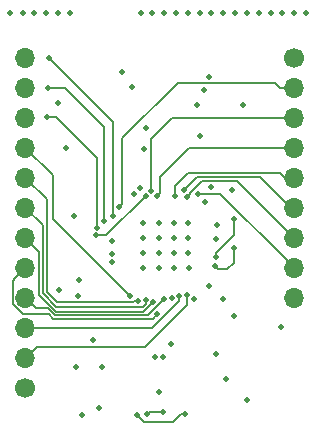
<source format=gbr>
G04 #@! TF.FileFunction,Copper,L2,Inr,Signal*
%FSLAX46Y46*%
G04 Gerber Fmt 4.6, Leading zero omitted, Abs format (unit mm)*
G04 Created by KiCad (PCBNEW 4.0.7) date Saturday, December 30, 2017 'PMt' 02:56:56 PM*
%MOMM*%
%LPD*%
G01*
G04 APERTURE LIST*
%ADD10C,0.100000*%
%ADD11C,1.700000*%
%ADD12O,1.700000X1.700000*%
%ADD13C,0.500000*%
%ADD14C,0.150000*%
G04 APERTURE END LIST*
D10*
D11*
X22250000Y-62660000D03*
D12*
X22250000Y-60120000D03*
X22250000Y-57580000D03*
X22250000Y-55040000D03*
X22250000Y-52500000D03*
X22250000Y-49960000D03*
X22250000Y-47420000D03*
X22250000Y-44880000D03*
X22250000Y-42340000D03*
X22250000Y-39800000D03*
X22250000Y-37260000D03*
X22250000Y-34720000D03*
D11*
X45000000Y-34720000D03*
D12*
X45000000Y-37260000D03*
X45000000Y-39800000D03*
X45000000Y-42340000D03*
X45000000Y-44880000D03*
X45000000Y-47420000D03*
X45000000Y-49960000D03*
X45000000Y-52500000D03*
X45000000Y-55040000D03*
D13*
X46000000Y-30900000D03*
X45000000Y-30900000D03*
X44000000Y-30900000D03*
X26000000Y-30906931D03*
X25000000Y-30906931D03*
X24000000Y-30906931D03*
X23000000Y-30906931D03*
X22000000Y-30906931D03*
X20981805Y-30906931D03*
X43000000Y-30900000D03*
X42000000Y-30900000D03*
X41000000Y-30900000D03*
X40000000Y-30900000D03*
X39000000Y-30900000D03*
X38000000Y-30900000D03*
X37000000Y-30900000D03*
X36000000Y-30900000D03*
X35000000Y-30900000D03*
X34000000Y-30900000D03*
X33000000Y-30900000D03*
X32000000Y-30900000D03*
X26568685Y-60872075D03*
X39870000Y-56550000D03*
X27030000Y-64970000D03*
X39000000Y-55100000D03*
X38400000Y-59800000D03*
X30425381Y-35951090D03*
X25000000Y-38500000D03*
X25093146Y-54391548D03*
X31425000Y-46225000D03*
X28460000Y-64390000D03*
X31270000Y-37200000D03*
X41000000Y-63700000D03*
X28000000Y-58600000D03*
X26400000Y-48100000D03*
X33550000Y-63033000D03*
X32237500Y-52537500D03*
X33525000Y-52537500D03*
X33525000Y-52537500D03*
X34812500Y-52537500D03*
X36100000Y-52537500D03*
X36000000Y-51250000D03*
X34812500Y-51250000D03*
X32237500Y-51250000D03*
X33525000Y-51250000D03*
X32237500Y-49962500D03*
X33525000Y-49962500D03*
X34812500Y-49962500D03*
X34812500Y-49962500D03*
X36000000Y-50000000D03*
X36000000Y-48675000D03*
X34812500Y-48675000D03*
X33525000Y-48675000D03*
X32237500Y-48675000D03*
X31918750Y-45706250D03*
X31714000Y-64963000D03*
X35791000Y-64837000D03*
X29550000Y-50225000D03*
X28725000Y-60850000D03*
X39260000Y-61875000D03*
X43924999Y-57524999D03*
X38400000Y-50025000D03*
X28243787Y-49749990D03*
X32418750Y-46431250D03*
X34646239Y-55040610D03*
X32918750Y-45981250D03*
X33425000Y-46425000D03*
X34925000Y-46425000D03*
X35646587Y-45915960D03*
X35918750Y-46506250D03*
X36819605Y-46208628D03*
X37800000Y-54025000D03*
X35925000Y-54775000D03*
X35283447Y-54912232D03*
X34005211Y-55148307D03*
X33425000Y-56425000D03*
X33055199Y-55351253D03*
X32423295Y-55198898D03*
X31781194Y-55299999D03*
X31128965Y-54910095D03*
X28335441Y-49106472D03*
X24100000Y-39750000D03*
X28878451Y-48571292D03*
X24115000Y-37260000D03*
X29630475Y-48114705D03*
X24200000Y-34720000D03*
X30200000Y-47350000D03*
X36525000Y-55175000D03*
X26680551Y-54914993D03*
X34613246Y-58904948D03*
X26811433Y-53511870D03*
X33239245Y-60061252D03*
X29580630Y-51291778D03*
X33919245Y-60061252D03*
X29580630Y-51971778D03*
X39900000Y-50775000D03*
X38318750Y-52356250D03*
X39875000Y-48324998D03*
X38350000Y-51575000D03*
X40675000Y-38750000D03*
X36775000Y-38750000D03*
X25646409Y-42375538D03*
X32475000Y-40675000D03*
X37825000Y-36325000D03*
X39700000Y-45900000D03*
X37049979Y-41350000D03*
X37475000Y-46925000D03*
X32325000Y-42400000D03*
X38000000Y-45675000D03*
X37349990Y-37400000D03*
X38425000Y-48850000D03*
X32500000Y-64911000D03*
X33852000Y-64680000D03*
D14*
X34745447Y-65529000D02*
X32280000Y-65529000D01*
X32280000Y-65529000D02*
X31714000Y-64963000D01*
X35791000Y-64837000D02*
X35437447Y-64837000D01*
X35437447Y-64837000D02*
X34745447Y-65529000D01*
X29100010Y-49749990D02*
X28597340Y-49749990D01*
X32418750Y-46431250D02*
X29100010Y-49749990D01*
X28597340Y-49749990D02*
X28243787Y-49749990D01*
X45000000Y-39800000D02*
X44967356Y-39832644D01*
X44967356Y-39832644D02*
X34667356Y-39832644D01*
X34667356Y-39832644D02*
X32918750Y-41581250D01*
X32918750Y-41581250D02*
X32918750Y-45981250D01*
X45000000Y-42340000D02*
X44958025Y-42381975D01*
X44958025Y-42381975D02*
X36068025Y-42381975D01*
X36068025Y-42381975D02*
X33674999Y-44775001D01*
X33674999Y-44775001D02*
X33674999Y-46175001D01*
X33674999Y-46175001D02*
X33425000Y-46425000D01*
X45000000Y-44880000D02*
X44217919Y-44880000D01*
X44217919Y-44880000D02*
X43797919Y-44460000D01*
X36040000Y-44460000D02*
X43797919Y-44460000D01*
X34925000Y-46425000D02*
X34925000Y-45575000D01*
X34925000Y-45575000D02*
X36040000Y-44460000D01*
X44657167Y-47342834D02*
X44160000Y-46845667D01*
X44160000Y-46845667D02*
X42131906Y-44817573D01*
X45000000Y-47420000D02*
X44734333Y-47420000D01*
X44734333Y-47420000D02*
X44160000Y-46845667D01*
X35896586Y-45665961D02*
X35646587Y-45915960D01*
X42131906Y-44817573D02*
X36744974Y-44817573D01*
X36744974Y-44817573D02*
X35896586Y-45665961D01*
X40121401Y-45117584D02*
X44140000Y-49136184D01*
X44140000Y-49136184D02*
X44771908Y-49768092D01*
X45000000Y-49960000D02*
X44963816Y-49960000D01*
X44963816Y-49960000D02*
X44140000Y-49136184D01*
X35918750Y-46506250D02*
X36168749Y-46256251D01*
X36168749Y-46256251D02*
X36168749Y-46156482D01*
X36168749Y-46156482D02*
X37207647Y-45117584D01*
X37207647Y-45117584D02*
X40121401Y-45117584D01*
X44602602Y-52061654D02*
X44280948Y-51740000D01*
X44280948Y-51740000D02*
X38749576Y-46208628D01*
X45000000Y-52500000D02*
X45000000Y-52459052D01*
X45000000Y-52459052D02*
X44280948Y-51740000D01*
X45000000Y-52080000D02*
X44981654Y-52061654D01*
X38749576Y-46208628D02*
X37173158Y-46208628D01*
X37173158Y-46208628D02*
X36819605Y-46208628D01*
X23189924Y-59180076D02*
X22250000Y-60120000D01*
X35925000Y-54775000D02*
X35925000Y-55642776D01*
X35925000Y-55642776D02*
X32387700Y-59180076D01*
X32387700Y-59180076D02*
X23189924Y-59180076D01*
X35283447Y-55265785D02*
X35283447Y-54912232D01*
X32969232Y-57580000D02*
X35283447Y-55265785D01*
X22250000Y-57580000D02*
X32969232Y-57580000D01*
X33755212Y-55398306D02*
X34005211Y-55148307D01*
X32659170Y-56494348D02*
X33755212Y-55398306D01*
X24721511Y-56494348D02*
X32659170Y-56494348D01*
X24117162Y-55889999D02*
X24721511Y-56494348D01*
X23099999Y-55889999D02*
X24117162Y-55889999D01*
X22250000Y-55040000D02*
X23099999Y-55889999D01*
X21174999Y-55556001D02*
X21174999Y-53575001D01*
X21174999Y-53575001D02*
X21400001Y-53349999D01*
X33055641Y-56794359D02*
X24597243Y-56794359D01*
X24227884Y-56425000D02*
X22043998Y-56425000D01*
X21400001Y-53349999D02*
X22250000Y-52500000D01*
X33425000Y-56425000D02*
X33055641Y-56794359D01*
X24597243Y-56794359D02*
X24227884Y-56425000D01*
X22043998Y-56425000D02*
X21174999Y-55556001D01*
X23424980Y-54773537D02*
X24845780Y-56194337D01*
X32212115Y-56194337D02*
X32805200Y-55601252D01*
X23424980Y-51134980D02*
X23424980Y-54773537D01*
X24845780Y-56194337D02*
X32212115Y-56194337D01*
X22250000Y-49960000D02*
X23424980Y-51134980D01*
X32805200Y-55601252D02*
X33055199Y-55351253D01*
X22250000Y-47420000D02*
X23724991Y-48894991D01*
X23724991Y-48894991D02*
X23724991Y-54649269D01*
X32423295Y-55552451D02*
X32423295Y-55198898D01*
X23724991Y-54649269D02*
X24850722Y-55775000D01*
X24850722Y-55775000D02*
X32200746Y-55775000D01*
X32200746Y-55775000D02*
X32423295Y-55552451D01*
X24075000Y-54575000D02*
X24909489Y-55409489D01*
X22250000Y-44880000D02*
X24075000Y-46705000D01*
X24075000Y-46705000D02*
X24075000Y-54575000D01*
X31427641Y-55299999D02*
X31781194Y-55299999D01*
X31318151Y-55409489D02*
X31427641Y-55299999D01*
X24909489Y-55409489D02*
X31318151Y-55409489D01*
X24550000Y-48331130D02*
X30878966Y-54660096D01*
X24550000Y-44640000D02*
X24550000Y-48331130D01*
X30878966Y-54660096D02*
X31128965Y-54910095D01*
X22250000Y-42340000D02*
X24550000Y-44640000D01*
X24100000Y-39750000D02*
X24872245Y-39750000D01*
X24872245Y-39750000D02*
X28335441Y-43213196D01*
X28335441Y-43213196D02*
X28335441Y-48752919D01*
X28335441Y-48752919D02*
X28335441Y-49106472D01*
X24115000Y-37260000D02*
X25597470Y-37260000D01*
X25597470Y-37260000D02*
X28878451Y-40540981D01*
X28878451Y-40540981D02*
X28878451Y-48217739D01*
X28878451Y-48217739D02*
X28878451Y-48571292D01*
X29630475Y-40150475D02*
X29630475Y-47761152D01*
X24200000Y-34720000D02*
X29630475Y-40150475D01*
X29630475Y-47761152D02*
X29630475Y-48114705D01*
X35135000Y-36840000D02*
X43100000Y-36840000D01*
X45000000Y-37260000D02*
X43797919Y-37260000D01*
X43797919Y-37260000D02*
X43377919Y-36840000D01*
X43377919Y-36840000D02*
X43100000Y-36840000D01*
X30449999Y-41525001D02*
X35135000Y-36840000D01*
X30449999Y-47100001D02*
X30449999Y-41525001D01*
X30200000Y-47350000D02*
X30449999Y-47100001D01*
X39900000Y-52050000D02*
X39900000Y-50775000D01*
X39343751Y-52606249D02*
X39900000Y-52050000D01*
X38318750Y-52356250D02*
X38568749Y-52606249D01*
X38568749Y-52606249D02*
X39343751Y-52606249D01*
X39875000Y-49696447D02*
X39875000Y-48324998D01*
X38350000Y-51575000D02*
X38350000Y-51221447D01*
X38350000Y-51221447D02*
X39875000Y-49696447D01*
X33852000Y-64680000D02*
X32731000Y-64680000D01*
X32731000Y-64680000D02*
X32500000Y-64911000D01*
M02*

</source>
